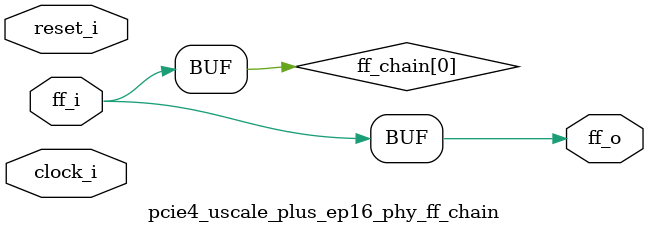
<source format=v>
/*****************************************************************************
** Description:
**    Flop Chain
**
******************************************************************************/

`timescale 1ps/1ps

`define AS_PHYREG(clk, reset, q, d, rstval)  \
   always @(posedge clk or posedge reset) begin \
      if (reset) \
         q  <= #(TCQ)   rstval;  \
      else  \
         q  <= #(TCQ)   d; \
   end

`define PHYREG(clk, reset, q, d, rstval)  \
   always @(posedge clk) begin \
      if (reset) \
         q  <= #(TCQ)   rstval;  \
      else  \
         q  <= #(TCQ)   d; \
   end

(* DowngradeIPIdentifiedWarnings = "yes" *)
module pcie4_uscale_plus_ep16_phy_ff_chain #(
   // Parameters
   parameter integer PIPELINE_STAGES   = 0,        // 0 = no pipeline; 1 = 1 stage; 2 = 2 stages; 3 = 3 stages
   parameter         ASYNC             = "FALSE",
   parameter integer FF_WIDTH          = 1,
   parameter integer RST_VAL           = 0,
   parameter integer TCQ               = 1
)  (   
   input  wire                         clock_i,          
   input  wire                         reset_i,           
   input  wire [FF_WIDTH-1:0]          ff_i,            
   output wire [FF_WIDTH-1:0]          ff_o        
   );

   genvar   var_i;

   reg   [FF_WIDTH-1:0]          ff_chain [PIPELINE_STAGES:0];

   always @(*) ff_chain[0] = ff_i;

generate
   if (PIPELINE_STAGES > 0) begin:  with_ff_chain
      for (var_i = 0; var_i < PIPELINE_STAGES; var_i = var_i + 1) begin: ff_chain_gen
         if (ASYNC == "TRUE") begin: async_rst
            `AS_PHYREG(clock_i, reset_i, ff_chain[var_i+1], ff_chain[var_i], RST_VAL)
         end else begin: sync_rst
            `PHYREG(clock_i, reset_i, ff_chain[var_i+1], ff_chain[var_i], RST_VAL)
         end
      end
   end
endgenerate

   assign ff_o = ff_chain[PIPELINE_STAGES];

endmodule

</source>
